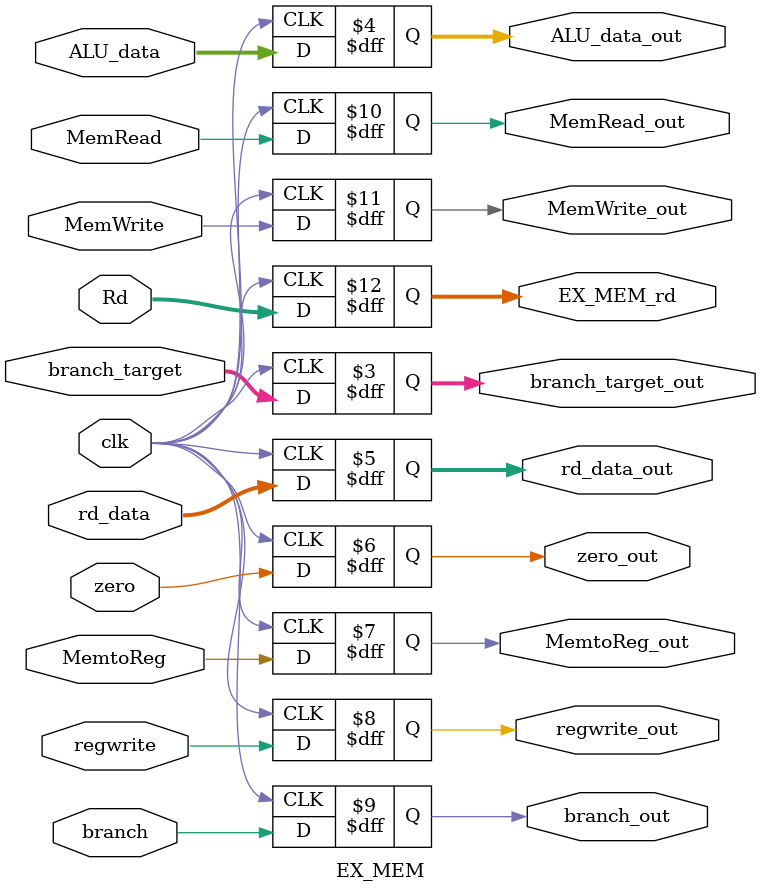
<source format=v>

module EX_MEM (
    input clk,  
    // Data Inputs
    input [63:0] ALU_data, rd_data, // Data from registers
    // input rs_2_in, 
    input [7:0] branch_target, // Program Counter for branch
    input zero, // Zero flag for branch decision

    //for fwd unit
    input [4:0] Rd,

    // Control Inputs
    input MemtoReg, // WB
    input regwrite, // WB
    input branch, // MEM
    input MemRead, MemWrite, // MEM

    // Data Outputs
    output reg [7:0] branch_target_out,
    output reg [63:0] ALU_data_out,rd_data_out,
    output reg zero_out, 

    // Control Outputs
    output reg MemtoReg_out, regwrite_out,
    output reg branch_out, MemRead_out, MemWrite_out,

    //for fwd unit this output also goes to fwd unit and to MEM/WB register
    output reg [4:0] EX_MEM_rd 
);

always @(posedge clk) begin
        // Forward all inputs to outputs
        ALU_data_out  <= ALU_data;
        rd_data_out   <= rd_data;
        branch_target_out <= branch_target;
        zero_out      <= zero;
        MemtoReg_out  <= MemtoReg;
        regwrite_out  <= regwrite;
        branch_out    <= branch;
        MemRead_out   <= MemRead;
        MemWrite_out  <= MemWrite;
        EX_MEM_rd     <= Rd;
    end

    always@(posedge clk) begin
        #1;
        // $display("EX_MEM: ALU_data_out = %d, rd_data_out = %d, branch_target_out = %d, zero_out = %d, MemtoReg_out = %d, regwrite_out = %d, branch_out = %d, MemRead_out = %d, MemWrite_out = %d, EX_MEM_rd = %d", ALU_data_out, rd_data_out, branch_target_out, zero_out, MemtoReg_out, regwrite_out, branch_out, MemRead_out, MemWrite_out, EX_MEM_rd);
        $display("EX_MEM: EX_MEM_rd = %d", EX_MEM_rd);
    end

endmodule

</source>
